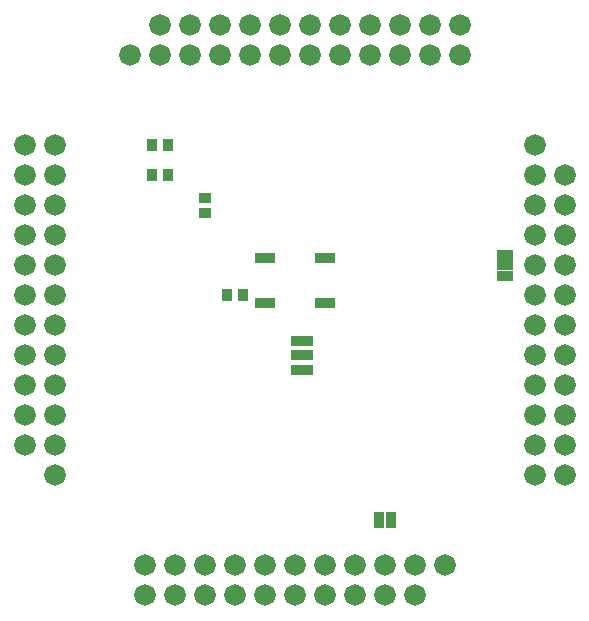
<source format=gbs>
G75*
G70*
%OFA0B0*%
%FSLAX24Y24*%
%IPPOS*%
%LPD*%
%AMOC8*
5,1,8,0,0,1.08239X$1,22.5*
%
%ADD10R,0.0434X0.0356*%
%ADD11R,0.0749X0.0356*%
%ADD12R,0.0356X0.0434*%
%ADD13R,0.0680X0.0380*%
%ADD14R,0.0580X0.0330*%
%ADD15R,0.0330X0.0580*%
%ADD16C,0.0720*%
D10*
X007105Y014302D03*
X007105Y014814D03*
D11*
X010355Y010031D03*
X010355Y009558D03*
X010355Y009086D03*
D12*
X008361Y011558D03*
X007849Y011558D03*
X005861Y015558D03*
X005349Y015558D03*
X005349Y016558D03*
X005861Y016558D03*
D13*
X009105Y012808D03*
X009105Y011308D03*
X011105Y011308D03*
X011105Y012808D03*
D14*
X017105Y012908D03*
X017105Y012558D03*
X017105Y012208D03*
D15*
X013305Y004058D03*
X012905Y004058D03*
D16*
X005105Y001558D03*
X006105Y001558D03*
X006105Y002558D03*
X005105Y002558D03*
X007105Y002558D03*
X007105Y001558D03*
X008105Y001558D03*
X008105Y002558D03*
X009105Y002558D03*
X009105Y001558D03*
X010105Y001558D03*
X010105Y002558D03*
X011105Y002558D03*
X011105Y001558D03*
X012105Y001558D03*
X012105Y002558D03*
X013105Y002558D03*
X013105Y001558D03*
X014105Y001558D03*
X014105Y002558D03*
X015105Y002558D03*
X018105Y005558D03*
X018105Y006558D03*
X019105Y006558D03*
X019105Y005558D03*
X019105Y007558D03*
X019105Y008558D03*
X019105Y009558D03*
X019105Y010558D03*
X019105Y011558D03*
X019105Y012558D03*
X019105Y013558D03*
X019105Y014558D03*
X019105Y015558D03*
X018105Y015558D03*
X018105Y014558D03*
X018105Y013558D03*
X018105Y012558D03*
X018105Y011558D03*
X018105Y010558D03*
X018105Y009558D03*
X018105Y008558D03*
X018105Y007558D03*
X018105Y016558D03*
X015605Y019558D03*
X015605Y020558D03*
X014605Y020558D03*
X013605Y020558D03*
X013605Y019558D03*
X014605Y019558D03*
X012605Y019558D03*
X011605Y019558D03*
X011605Y020558D03*
X012605Y020558D03*
X010605Y020558D03*
X009605Y020558D03*
X009605Y019558D03*
X010605Y019558D03*
X008605Y019558D03*
X007605Y019558D03*
X007605Y020558D03*
X008605Y020558D03*
X006605Y020558D03*
X005605Y020558D03*
X005605Y019558D03*
X006605Y019558D03*
X004605Y019558D03*
X002105Y016558D03*
X002105Y015558D03*
X002105Y014558D03*
X002105Y013558D03*
X002105Y012558D03*
X002105Y011558D03*
X002105Y010558D03*
X002105Y009558D03*
X002105Y008558D03*
X002105Y007558D03*
X002105Y006558D03*
X002105Y005558D03*
X001105Y006558D03*
X001105Y007558D03*
X001105Y008558D03*
X001105Y009558D03*
X001105Y010558D03*
X001105Y011558D03*
X001105Y012558D03*
X001105Y013558D03*
X001105Y014558D03*
X001105Y015558D03*
X001105Y016558D03*
M02*

</source>
